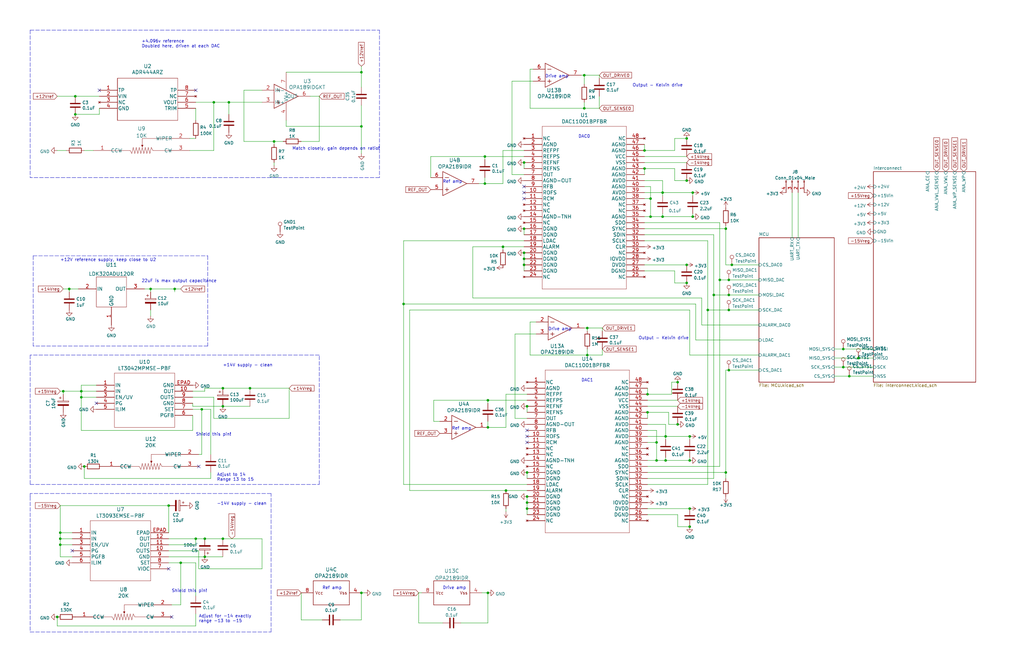
<source format=kicad_sch>
(kicad_sch (version 20211123) (generator eeschema)
  (paper "USLedger")
  (lib_symbols
    (symbol "2022-06-16_17-06-14:DAC11001BPFBR" (pin_names (offset 0.254))
      (property "Reference" "U" (at 25.4 10.16 0))
      (property "Value" "DAC11001BPFBR" (at 25.4 7.62 0))
      (symbol "DAC11001BPFBR_1_1"
        (pin no_connect line (at 0 0 0) (length 7.62) (name "NC") (number "1"))
        (pin input line (at 0 -22.86 0) (length 7.62) (name "ROFS") (number "10"))
        (pin input line (at 0 -25.4 0) (length 7.62) (name "RCM") (number "11"))
        (pin no_connect line (at 0 -27.94 0) (length 7.62) (name "NC") (number "12"))
        (pin no_connect line (at 0 -30.48 0) (length 7.62) (name "NC") (number "13"))
        (pin power_in line (at 0 -33.02 0) (length 7.62) (name "AGND-TNH") (number "14"))
        (pin no_connect line (at 0 -35.56 0) (length 7.62) (name "NC") (number "15"))
        (pin power_in line (at 0 -38.1 0) (length 7.62) (name "DGND") (number "16"))
        (pin power_in line (at 0 -40.64 0) (length 7.62) (name "DGND") (number "17"))
        (pin input line (at 0 -43.18 0) (length 7.62) (name "LDAC") (number "18"))
        (pin output line (at 0 -45.72 0) (length 7.62) (name "ALARM") (number "19"))
        (pin power_in line (at 0 -2.54 0) (length 7.62) (name "AGND") (number "2"))
        (pin power_in line (at 0 -48.26 0) (length 7.62) (name "DGND") (number "20"))
        (pin power_in line (at 0 -50.8 0) (length 7.62) (name "DGND") (number "21"))
        (pin power_in line (at 0 -53.34 0) (length 7.62) (name "DGND") (number "22"))
        (pin power_in line (at 0 -55.88 0) (length 7.62) (name "DGND") (number "23"))
        (pin no_connect line (at 0 -58.42 0) (length 7.62) (name "NC") (number "24"))
        (pin no_connect line (at 50.8 -58.42 180) (length 7.62) (name "NC") (number "25"))
        (pin power_in line (at 50.8 -55.88 180) (length 7.62) (name "DGND") (number "26"))
        (pin power_in line (at 50.8 -53.34 180) (length 7.62) (name "DVDD") (number "27"))
        (pin power_in line (at 50.8 -50.8 180) (length 7.62) (name "IOVDD") (number "28"))
        (pin no_connect line (at 50.8 -48.26 180) (length 7.62) (name "NC") (number "29"))
        (pin input line (at 0 -5.08 0) (length 7.62) (name "REFPF") (number "3"))
        (pin input line (at 50.8 -45.72 180) (length 7.62) (name "CLR") (number "30"))
        (pin input line (at 50.8 -43.18 180) (length 7.62) (name "SCLK") (number "31"))
        (pin input line (at 50.8 -40.64 180) (length 7.62) (name "SDIN") (number "32"))
        (pin input line (at 50.8 -38.1 180) (length 7.62) (name "SYNC") (number "33"))
        (pin output line (at 50.8 -35.56 180) (length 7.62) (name "SDO") (number "34"))
        (pin power_in line (at 50.8 -33.02 180) (length 7.62) (name "AGND") (number "35"))
        (pin no_connect line (at 50.8 -30.48 180) (length 7.62) (name "NC") (number "36"))
        (pin no_connect line (at 50.8 -27.94 180) (length 7.62) (name "NC") (number "37"))
        (pin power_in line (at 50.8 -25.4 180) (length 7.62) (name "AGND") (number "38"))
        (pin power_in line (at 50.8 -22.86 180) (length 7.62) (name "AVDD") (number "39"))
        (pin input line (at 0 -7.62 0) (length 7.62) (name "REFPS") (number "4"))
        (pin power_in line (at 50.8 -20.32 180) (length 7.62) (name "AGND") (number "40"))
        (pin power_in line (at 50.8 -17.78 180) (length 7.62) (name "AVDD") (number "41"))
        (pin power_in line (at 50.8 -15.24 180) (length 7.62) (name "AGND") (number "42"))
        (pin power_in line (at 50.8 -12.7 180) (length 7.62) (name "AGND") (number "43"))
        (pin power_in line (at 50.8 -10.16 180) (length 7.62) (name "VSS") (number "44"))
        (pin power_in line (at 50.8 -7.62 180) (length 7.62) (name "VCC") (number "45"))
        (pin power_in line (at 50.8 -5.08 180) (length 7.62) (name "AGND") (number "46"))
        (pin power_in line (at 50.8 -2.54 180) (length 7.62) (name "AGND") (number "47"))
        (pin no_connect line (at 50.8 0 180) (length 7.62) (name "NC") (number "48"))
        (pin input line (at 0 -10.16 0) (length 7.62) (name "REFNF") (number "5"))
        (pin input line (at 0 -12.7 0) (length 7.62) (name "REFNS") (number "6"))
        (pin output line (at 0 -15.24 0) (length 7.62) (name "OUT") (number "7"))
        (pin power_in line (at 0 -17.78 0) (length 7.62) (name "AGND-OUT") (number "8"))
        (pin input line (at 0 -20.32 0) (length 7.62) (name "RFB") (number "9"))
      )
    )
    (symbol "2022-06-16_17-58-01:ADR444ARZ" (pin_names (offset 0.254))
      (property "Reference" "U2" (at 35.56 10.16 0))
      (property "Value" "ADR444ARZ" (at 35.56 7.62 0))
      (symbol "ADR444ARZ_1_1"
        (pin unspecified line (at 15.24 0 0) (length 7.62) (name "TP") (number "1"))
        (pin input line (at 15.24 -2.54 0) (length 7.62) (name "VIN") (number "2"))
        (pin no_connect line (at 15.24 -5.08 0) (length 7.62) (name "NC") (number "3"))
        (pin power_in line (at 15.24 -7.62 0) (length 7.62) (name "GND") (number "4"))
        (pin input line (at 55.88 -7.62 180) (length 7.62) (name "TRIM") (number "5"))
        (pin output line (at 55.88 -5.08 180) (length 7.62) (name "VOUT") (number "6"))
        (pin no_connect line (at 55.88 -2.54 180) (length 7.62) (name "NC") (number "7"))
        (pin unspecified line (at 55.88 0 180) (length 7.62) (name "TP") (number "8"))
      )
    )
    (symbol "2022-06-16_19-10-14:OPA189IDGKT" (pin_names (offset 0.254))
      (property "Reference" "U3" (at 22.86 -21.59 0))
      (property "Value" "OPA189IDGKT" (at 22.86 -24.13 0))
      (symbol "OPA189IDGKT_1_1"
        (pin input line (at 3.81 -25.4 0) (length 5.08) (name "IN-") (number "2"))
        (pin input line (at 3.81 -30.48 0) (length 5.08) (name "IN+") (number "3"))
        (pin power_in line (at 13.97 -38.1 90) (length 7.62) (name "V-") (number "4"))
        (pin output line (at 24.13 -27.94 180) (length 5.08) (name "OUT") (number "6"))
        (pin power_in line (at 13.97 -17.78 270) (length 7.62) (name "V+") (number "7"))
      )
    )
    (symbol "2022-06-28_19-20-58:OPA2189IDR" (pin_names (offset -0.254) hide)
      (property "Reference" "U" (at 0 2.54 0))
      (property "Value" "OPA2189IDR" (at 0 0 0))
      (symbol "OPA2189IDR_1_1"
        (pin output line (at 10.16 0 180) (length 5.08) (name "OUT") (number "1"))
        (pin input line (at -10.16 2.54 0) (length 5.08) (name "IN-") (number "2"))
        (pin input line (at -10.16 -2.54 0) (length 5.08) (name "IN+") (number "3"))
      )
      (symbol "OPA2189IDR_2_1"
        (pin input line (at -10.16 -2.54 0) (length 5.08) (name "IN+") (number "5"))
        (pin input line (at -10.16 2.54 0) (length 5.08) (name "IN-") (number "6"))
        (pin output line (at 10.16 0 180) (length 5.08) (name "OUT") (number "7"))
      )
      (symbol "OPA2189IDR_3_1"
        (pin power_in line (at 12.7 0 180) (length 5.08) (name "V-") (number "4"))
        (pin power_in line (at -12.7 0 0) (length 5.08) (name "V+") (number "8"))
      )
    )
    (symbol "2022-06-30_16-49-50:LT3042MPMSE-PBF" (pin_names (offset 0.254))
      (property "Reference" "U10" (at 20.32 9.8298 0))
      (property "Value" "LT3042MPMSE-PBF" (at 20.32 7.1374 0))
      (symbol "LT3042MPMSE-PBF_1_1"
        (pin power_in line (at 0 0 0) (length 7.62) (name "IN") (number "1"))
        (pin power_out line (at 40.64 -2.54 180) (length 7.62) (name "OUT") (number "10"))
        (pin power_in line (at 0 -2.54 0) (length 7.62) (name "IN") (number "2"))
        (pin input line (at 0 -5.08 0) (length 7.62) (name "EN/UV") (number "3"))
        (pin input line (at 0 -7.62 0) (length 7.62) (name "PG") (number "4"))
        (pin input line (at 0 -10.16 0) (length 7.62) (name "ILIM") (number "5"))
        (pin input line (at 40.64 -12.7 180) (length 7.62) (name "PGFB") (number "6"))
        (pin input line (at 40.64 -10.16 180) (length 7.62) (name "SET") (number "7"))
        (pin power_in line (at 40.64 -7.62 180) (length 7.62) (name "GND") (number "8"))
        (pin input line (at 40.64 -5.08 180) (length 7.62) (name "OUTS") (number "9"))
        (pin power_in line (at 40.64 0 180) (length 7.62) (name "GND") (number "EPAD"))
      )
    )
    (symbol "2022-06-30_16-50-17:LT3093EMSE-PBF" (pin_names (offset 0.254))
      (property "Reference" "U7" (at 20.32 9.8298 0))
      (property "Value" "LT3093EMSE-PBF" (at 20.32 7.1374 0))
      (symbol "LT3093EMSE-PBF_1_1"
        (pin power_in line (at 0 0 0) (length 7.62) (name "IN") (number "1"))
        (pin input line (at 40.64 -7.62 180) (length 7.62) (name "OUTS") (number "10"))
        (pin power_out line (at 40.64 -5.08 180) (length 7.62) (name "OUT") (number "11"))
        (pin power_out line (at 40.64 -2.54 180) (length 7.62) (name "OUT") (number "12"))
        (pin power_in line (at 0 -2.54 0) (length 7.62) (name "IN") (number "2"))
        (pin input line (at 0 -5.08 0) (length 7.62) (name "EN/UV") (number "3"))
        (pin output line (at 0 -7.62 0) (length 7.62) (name "PG") (number "4"))
        (pin input line (at 0 -10.16 0) (length 7.62) (name "PGFB") (number "5"))
        (pin input line (at 0 -12.7 0) (length 7.62) (name "ILIM") (number "6"))
        (pin output line (at 40.64 -15.24 180) (length 7.62) (name "VIOC") (number "7"))
        (pin input line (at 40.64 -12.7 180) (length 7.62) (name "SET") (number "8"))
        (pin power_in line (at 40.64 -10.16 180) (length 7.62) (name "GND") (number "9"))
        (pin power_in line (at 40.64 0 180) (length 7.62) (name "EPAD") (number "EPAD"))
      )
    )
    (symbol "2022-07-01_14-40-34:3224J-1-103E" (pin_names (offset -0.254))
      (property "Reference" "U9" (at 20.32 9.2276 0))
      (property "Value" "10K" (at 20.32 6.2342 0))
      (symbol "3224J-1-103E_1_1"
        (pin passive line (at 0 0 0) (length 7.62) (name "CCW") (number "1"))
        (pin passive line (at 40.64 5.08 180) (length 7.62) (name "WIPER") (number "2"))
        (pin passive line (at 40.64 0 180) (length 7.62) (name "CW") (number "3"))
      )
    )
    (symbol "2022-07-01_21-58-44:LDK320ADU120R" (pin_names (offset 0.254))
      (property "Reference" "U11" (at 20.32 9.8298 0))
      (property "Value" "LDK320ADU120R" (at 20.32 7.1374 0))
      (symbol "LDK320ADU120R_1_1"
        (pin power_in line (at 26.67 -15.24 90) (length 7.62) (name "GND") (number "1"))
        (pin power_in line (at 12.7 0 0) (length 7.62) (name "IN") (number "2"))
        (pin power_out line (at 40.64 0 180) (length 7.62) (name "OUT") (number "3"))
      )
    )
    (symbol "3224J-1-103E_1" (pin_names (offset -0.254))
      (property "Reference" "U8" (at 20.32 11.6078 0))
      (property "Value" "3224J-1-103E_1" (at 20.32 8.9154 0))
      (symbol "3224J-1-103E_1_1_1"
        (pin passive line (at 0 0 0) (length 7.62) (name "CCW") (number "1"))
        (pin passive line (at 40.64 5.08 180) (length 7.62) (name "WIPER") (number "2"))
        (pin passive line (at 40.64 0 180) (length 7.62) (name "CW") (number "3"))
      )
    )
    (symbol "3224J-1-103E_2" (pin_names (offset -0.254))
      (property "Reference" "U12" (at 20.32 11.6078 0))
      (property "Value" "3224J-1-103E_2" (at 20.32 8.9154 0))
      (symbol "3224J-1-103E_2_1_1"
        (pin passive line (at 0 0 0) (length 7.62) (name "CCW") (number "1"))
        (pin passive line (at 40.64 5.08 180) (length 7.62) (name "WIPER") (number "2"))
        (pin passive line (at 40.64 0 180) (length 7.62) (name "CW") (number "3"))
      )
    )
    (symbol "Connector:Conn_01x04_Male" (pin_names (offset 1.016) hide)
      (property "Reference" "J" (at 0 5.08 0))
      (property "Value" "Conn_01x04_Male" (at 0 -7.62 0))
      (symbol "Conn_01x04_Male_1_1"
        (pin passive line (at 5.08 2.54 180) (length 3.81) (name "Pin_1") (number "1"))
        (pin passive line (at 5.08 0 180) (length 3.81) (name "Pin_2") (number "2"))
        (pin passive line (at 5.08 -2.54 180) (length 3.81) (name "Pin_3") (number "3"))
        (pin passive line (at 5.08 -5.08 180) (length 3.81) (name "Pin_4") (number "4"))
      )
    )
    (symbol "Connector:TestPoint" (pin_numbers hide) (pin_names (offset 0.762) hide)
      (property "Reference" "TP" (at 0 6.858 0))
      (property "Value" "TestPoint" (at 0 5.08 0))
      (symbol "TestPoint_1_1"
        (pin passive line (at 0 0 90) (length 2.54) (name "1") (number "1"))
      )
    )
    (symbol "Device:C" (pin_numbers hide) (pin_names (offset 0.254))
      (property "Reference" "C" (at 0.635 2.54 0))
      (property "Value" "C" (at 0.635 -2.54 0))
      (symbol "C_1_1"
        (pin passive line (at 0 3.81 270) (length 2.794) (name "~") (number "1"))
        (pin passive line (at 0 -3.81 90) (length 2.794) (name "~") (number "2"))
      )
    )
    (symbol "Device:C_Polarized" (pin_numbers hide) (pin_names (offset 0.254))
      (property "Reference" "C" (at 0.635 2.54 0))
      (property "Value" "C_Polarized" (at 0.635 -2.54 0))
      (symbol "C_Polarized_1_1"
        (pin passive line (at 0 3.81 270) (length 2.794) (name "~") (number "1"))
        (pin passive line (at 0 -3.81 90) (length 2.794) (name "~") (number "2"))
      )
    )
    (symbol "Device:R" (pin_numbers hide) (pin_names (offset 0))
      (property "Reference" "R" (at 2.032 0 90))
      (property "Value" "R" (at 0 0 90))
      (symbol "R_1_1"
        (pin passive line (at 0 3.81 270) (length 1.27) (name "~") (number "1"))
        (pin passive line (at 0 -3.81 90) (length 1.27) (name "~") (number "2"))
      )
    )
    (symbol "OPA2189IDR_1" (pin_names (offset -0.254) hide)
      (property "Reference" "U13" (at 0 9.2657 0))
      (property "Value" "OPA2189IDR_1" (at 0 6.2723 0))
      (symbol "OPA2189IDR_1_0_0"
        (text "Vcc" (at -5.08 0 0) (effects (font (size 1.27 1.27))))
        (text "Vss" (at 5.08 0 0) (effects (font (size 1.27 1.27))))
      )
      (symbol "OPA2189IDR_1_1_1"
        (pin output line (at 10.16 0 180) (length 5.08) (name "OUT") (number "1"))
        (pin input line (at -10.16 2.54 0) (length 5.08) (name "IN-") (number "2"))
        (pin input line (at -10.16 -2.54 0) (length 5.08) (name "IN+") (number "3"))
      )
      (symbol "OPA2189IDR_1_2_1"
        (pin input line (at -10.16 -2.54 0) (length 5.08) (name "IN+") (number "5"))
        (pin input line (at -10.16 2.54 0) (length 5.08) (name "IN-") (number "6"))
        (pin output line (at 10.16 0 180) (length 5.08) (name "OUT") (number "7"))
      )
      (symbol "OPA2189IDR_1_3_1"
        (pin power_in line (at 12.7 0 180) (length 5.08) (name "V-") (number "4"))
        (pin power_in line (at -12.7 0 0) (length 5.08) (name "V+") (number "8"))
      )
    )
    (symbol "OPA2189IDR_2" (pin_names (offset -0.254) hide)
      (property "Reference" "U4" (at 0 9.8552 0))
      (property "Value" "OPA2189IDR_2" (at 0 7.1628 0))
      (symbol "OPA2189IDR_2_0_0"
        (text "Vcc" (at -5.08 0 0) (effects (font (size 1.27 1.27))))
        (text "Vss" (at 5.08 0 0) (effects (font (size 1.27 1.27))))
      )
      (symbol "OPA2189IDR_2_1_1"
        (pin output line (at 10.16 0 180) (length 5.08) (name "OUT") (number "1"))
        (pin input line (at -10.16 2.54 0) (length 5.08) (name "IN-") (number "2"))
        (pin input line (at -10.16 -2.54 0) (length 5.08) (name "IN+") (number "3"))
      )
      (symbol "OPA2189IDR_2_2_1"
        (pin input line (at -10.16 -2.54 0) (length 5.08) (name "IN+") (number "5"))
        (pin input line (at -10.16 2.54 0) (length 5.08) (name "IN-") (number "6"))
        (pin output line (at 10.16 0 180) (length 5.08) (name "OUT") (number "7"))
      )
      (symbol "OPA2189IDR_2_3_1"
        (pin power_in line (at 12.7 0 180) (length 5.08) (name "V-") (number "4"))
        (pin power_in line (at -12.7 0 0) (length 5.08) (name "V+") (number "8"))
      )
    )
    (symbol "power:+12V" (power) (pin_names (offset 0))
      (property "Value" "+12V" (at 0 3.556 0))
      (symbol "+12V_1_1"
        (pin power_in line (at 0 0 90) (length 0) hide (name "+12V") (number "1"))
      )
    )
    (symbol "power:+24V" (power) (pin_names (offset 0))
      (property "Value" "+24V" (at 0 3.556 0))
      (symbol "+24V_1_1"
        (pin power_in line (at 0 0 90) (length 0) hide (name "+24V") (number "1"))
      )
    )
    (symbol "power:+3V3" (power) (pin_names (offset 0))
      (property "Value" "+3V3" (at 0 3.556 0))
      (symbol "+3V3_1_1"
        (pin power_in line (at 0 0 90) (length 0) hide (name "+3V3") (number "1"))
      )
    )
    (symbol "power:+5V" (power) (pin_names (offset 0))
      (property "Value" "+5V" (at 0 3.556 0))
      (symbol "+5V_1_1"
        (pin power_in line (at 0 0 90) (length 0) hide (name "+5V") (number "1"))
      )
    )
    (symbol "power:GND" (power) (pin_names (offset 0))
      (property "Value" "GND" (at 0 -3.81 0))
      (symbol "GND_1_1"
        (pin power_in line (at 0 0 270) (length 0) hide (name "GND") (number "1"))
      )
    )
  )
  (junction (at 25.4 227.33))
  (junction (at 71.12 213.36))
  (junction (at 25.4 229.87))
  (junction (at 361.95 151.13))
  (junction (at 34.29 165.1))
  (junction (at 306.07 96.52))
  (junction (at 220.98 96.52))
  (junction (at 212.09 104.14))
  (junction (at 290.83 194.31))
  (junction (at 29.21 121.92))
  (junction (at 205.74 250.19))
  (junction (at 204.47 66.04))
  (junction (at 279.4 91.44))
  (junction (at 292.1 91.44))
  (junction (at 298.45 130.81))
  (junction (at 274.32 83.82))
  (junction (at 303.53 118.11))
  (junction (at 93.98 163.83))
  (junction (at 105.41 163.83))
  (junction (at 289.56 119.38))
  (junction (at 96.52 43.18))
  (junction (at 271.78 63.5))
  (junction (at 93.98 171.45))
  (junction (at 26.67 165.1))
  (junction (at 276.86 194.31))
  (junction (at 290.83 184.15))
  (junction (at 246.38 31.75))
  (junction (at 34.29 167.64))
  (junction (at 220.98 68.58))
  (junction (at 273.05 173.99))
  (junction (at 204.47 77.47))
  (junction (at 222.25 209.55))
  (junction (at 63.5 121.92))
  (junction (at 213.36 207.01))
  (junction (at 90.17 43.18))
  (junction (at 307.34 156.21))
  (junction (at 152.4 250.19))
  (junction (at 358.14 158.75))
  (junction (at 285.75 179.07))
  (junction (at 220.98 106.68))
  (junction (at 205.74 168.91))
  (junction (at 86.36 227.33))
  (junction (at 222.25 171.45))
  (junction (at 35.56 196.85))
  (junction (at 85.09 172.72))
  (junction (at 220.98 111.76))
  (junction (at 307.34 124.46))
  (junction (at 306.07 199.39))
  (junction (at 152.4 53.34))
  (junction (at 280.67 184.15))
  (junction (at 285.75 161.29))
  (junction (at 308.61 111.76))
  (junction (at 205.74 180.34))
  (junction (at 93.98 227.33))
  (junction (at 271.78 71.12))
  (junction (at 289.56 58.42))
  (junction (at 289.56 111.76))
  (junction (at 222.25 214.63))
  (junction (at 300.99 124.46))
  (junction (at 307.34 130.81))
  (junction (at 31.75 40.64))
  (junction (at 115.57 59.69))
  (junction (at 152.4 30.48))
  (junction (at 222.25 212.09))
  (junction (at 170.18 128.27))
  (junction (at 279.4 81.28))
  (junction (at 290.83 222.25))
  (junction (at 355.6 147.32))
  (junction (at 292.1 81.28))
  (junction (at 247.65 149.86))
  (junction (at 355.6 154.94))
  (junction (at 246.38 45.72))
  (junction (at 82.55 227.33))
  (junction (at 31.75 48.26))
  (junction (at 25.4 224.79))
  (junction (at 86.36 234.95))
  (junction (at 280.67 194.31))
  (junction (at 289.56 76.2))
  (junction (at 274.32 91.44))
  (junction (at 273.05 166.37))
  (junction (at 247.65 138.43))
  (junction (at 76.2 237.49))
  (junction (at 307.34 118.11))
  (junction (at 73.66 121.92))
  (junction (at 290.83 214.63))
  (junction (at 24.13 260.35))
  (junction (at 220.98 109.22))
  (junction (at 276.86 186.69))
  (junction (at 222.25 199.39))
  (no_connect (at 82.55 38.1))
  (no_connect (at 72.39 260.35))
  (no_connect (at 222.25 186.69))
  (no_connect (at 222.25 181.61))
  (no_connect (at 220.98 81.28))
  (no_connect (at 41.91 38.1))
  (no_connect (at 222.25 184.15))
  (no_connect (at 83.82 196.85))
  (no_connect (at 30.48 232.41))
  (no_connect (at 71.12 240.03))
  (no_connect (at 220.98 78.74))
  (no_connect (at 220.98 83.82))
  (no_connect (at 40.64 170.18))
  (wire (pts (xy 307.34 156.21) (xy 320.04 156.21)))
  (wire (pts (xy 90.17 43.18) (xy 96.52 43.18)))
  (wire (pts (xy 217.17 140.97) (xy 226.06 140.97)))
  (wire (pts (xy 110.49 240.03) (xy 110.49 227.33)))
  (wire (pts (xy 303.53 93.98) (xy 303.53 118.11)))
  (wire (pts (xy 289.56 58.42) (xy 284.48 58.42)))
  (wire (pts (xy 271.78 101.6) (xy 298.45 101.6)))
  (wire (pts (xy 34.29 162.56) (xy 34.29 165.1)))
  (wire (pts (xy 306.07 156.21) (xy 307.34 156.21)))
  (wire (pts (xy 273.05 201.93) (xy 300.99 201.93)))
  (wire (pts (xy 86.36 163.83) (xy 93.98 163.83)))
  (wire (pts (xy 135.89 261.62) (xy 127 261.62)))
  (wire (pts (xy 82.55 227.33) (xy 86.36 227.33)))
  (wire (pts (xy 25.4 213.36) (xy 71.12 213.36)))
  (wire (pts (xy 274.32 78.74) (xy 271.78 78.74)))
  (wire (pts (xy 284.48 58.42) (xy 284.48 63.5)))
  (wire (pts (xy 60.96 121.92) (xy 63.5 121.92)))
  (wire (pts (xy 41.91 40.64) (xy 31.75 40.64)))
  (wire (pts (xy 152.4 27.94) (xy 152.4 30.48)))
  (wire (pts (xy 81.28 165.1) (xy 86.36 165.1)))
  (wire (pts (xy 152.4 53.34) (xy 152.4 44.45)))
  (wire (pts (xy 71.12 227.33) (xy 82.55 227.33)))
  (wire (pts (xy 247.65 147.32) (xy 247.65 149.86)))
  (wire (pts (xy 280.67 194.31) (xy 290.83 194.31)))
  (wire (pts (xy 96.52 48.26) (xy 96.52 43.18)))
  (wire (pts (xy 290.83 184.15) (xy 290.83 185.42)))
  (wire (pts (xy 300.99 99.06) (xy 300.99 124.46)))
  (wire (pts (xy 82.55 227.33) (xy 82.55 229.87)))
  (wire (pts (xy 223.52 29.21) (xy 223.52 45.72)))
  (wire (pts (xy 35.56 201.93) (xy 35.56 196.85)))
  (wire (pts (xy 82.55 259.08) (xy 82.55 264.16)))
  (wire (pts (xy 212.09 77.47) (xy 212.09 63.5)))
  (wire (pts (xy 271.78 81.28) (xy 279.4 81.28)))
  (wire (pts (xy 199.39 104.14) (xy 199.39 125.73)))
  (wire (pts (xy 224.79 29.21) (xy 223.52 29.21)))
  (wire (pts (xy 273.05 173.99) (xy 273.05 176.53)))
  (wire (pts (xy 26.67 121.92) (xy 29.21 121.92)))
  (wire (pts (xy 220.98 96.52) (xy 220.98 99.06)))
  (wire (pts (xy 115.57 59.69) (xy 119.38 59.69)))
  (wire (pts (xy 293.37 128.27) (xy 293.37 143.51)))
  (wire (pts (xy 271.78 93.98) (xy 303.53 93.98)))
  (wire (pts (xy 83.82 232.41) (xy 83.82 240.03)))
  (wire (pts (xy 71.12 232.41) (xy 83.82 232.41)))
  (wire (pts (xy 63.5 130.81) (xy 63.5 133.35)))
  (wire (pts (xy 212.09 104.14) (xy 199.39 104.14)))
  (wire (pts (xy 29.21 121.92) (xy 33.02 121.92)))
  (polyline (pts (xy 160.02 12.7) (xy 160.02 74.93)))
  (wire (pts (xy 102.87 38.1) (xy 110.49 38.1)))
  (wire (pts (xy 351.79 147.32) (xy 355.6 147.32)))
  (polyline (pts (xy 114.3 266.7) (xy 114.3 208.28)))
  (wire (pts (xy 120.65 30.48) (xy 152.4 30.48)))
  (wire (pts (xy 279.4 81.28) (xy 292.1 81.28)))
  (wire (pts (xy 86.36 163.83) (xy 86.36 165.1)))
  (wire (pts (xy 271.78 83.82) (xy 274.32 83.82)))
  (wire (pts (xy 361.95 151.13) (xy 368.3 151.13)))
  (wire (pts (xy 223.52 135.89) (xy 223.52 149.86)))
  (wire (pts (xy 334.01 81.28) (xy 334.01 100.33)))
  (wire (pts (xy 220.98 66.04) (xy 204.47 66.04)))
  (wire (pts (xy 40.64 162.56) (xy 34.29 162.56)))
  (wire (pts (xy 90.17 167.64) (xy 90.17 176.53)))
  (wire (pts (xy 276.86 194.31) (xy 280.67 194.31)))
  (polyline (pts (xy 114.3 208.28) (xy 12.7 208.28)))
  (wire (pts (xy 290.83 194.31) (xy 290.83 193.04)))
  (wire (pts (xy 280.67 179.07) (xy 280.67 184.15)))
  (polyline (pts (xy 134.62 149.86) (xy 12.7 149.86)))
  (wire (pts (xy 76.2 255.27) (xy 76.2 237.49)))
  (wire (pts (xy 274.32 83.82) (xy 274.32 78.74)))
  (wire (pts (xy 205.74 262.89) (xy 194.31 262.89)))
  (wire (pts (xy 280.67 184.15) (xy 290.83 184.15)))
  (polyline (pts (xy 12.7 208.28) (xy 12.7 209.55)))
  (polyline (pts (xy 12.7 204.47) (xy 134.62 204.47)))
  (wire (pts (xy 201.93 77.47) (xy 204.47 77.47)))
  (wire (pts (xy 222.25 199.39) (xy 222.25 201.93)))
  (wire (pts (xy 24.13 40.64) (xy 31.75 40.64)))
  (wire (pts (xy 81.28 175.26) (xy 81.28 181.61)))
  (wire (pts (xy 220.98 73.66) (xy 215.9 73.66)))
  (wire (pts (xy 220.98 109.22) (xy 220.98 111.76)))
  (wire (pts (xy 283.21 161.29) (xy 283.21 166.37)))
  (wire (pts (xy 274.32 83.82) (xy 274.32 91.44)))
  (wire (pts (xy 306.07 96.52) (xy 306.07 111.76)))
  (wire (pts (xy 90.17 43.18) (xy 90.17 63.5)))
  (wire (pts (xy 120.65 50.8) (xy 120.65 53.34)))
  (wire (pts (xy 115.57 68.58) (xy 115.57 69.85)))
  (wire (pts (xy 88.9 201.93) (xy 35.56 201.93)))
  (wire (pts (xy 80.01 58.42) (xy 82.55 58.42)))
  (wire (pts (xy 254 149.86) (xy 254 147.32)))
  (wire (pts (xy 181.61 66.04) (xy 181.61 74.93)))
  (wire (pts (xy 215.9 34.29) (xy 215.9 73.66)))
  (wire (pts (xy 26.67 165.1) (xy 26.67 166.37)))
  (wire (pts (xy 246.38 31.75) (xy 246.38 35.56)))
  (wire (pts (xy 351.79 158.75) (xy 358.14 158.75)))
  (wire (pts (xy 336.55 81.28) (xy 336.55 100.33)))
  (wire (pts (xy 273.05 196.85) (xy 303.53 196.85)))
  (wire (pts (xy 247.65 138.43) (xy 254 138.43)))
  (wire (pts (xy 246.38 45.72) (xy 252.73 45.72)))
  (wire (pts (xy 273.05 168.91) (xy 285.75 168.91)))
  (wire (pts (xy 30.48 234.95) (xy 25.4 234.95)))
  (wire (pts (xy 90.17 176.53) (xy 121.92 176.53)))
  (polyline (pts (xy 12.7 152.4) (xy 12.7 204.47)))
  (wire (pts (xy 247.65 149.86) (xy 254 149.86)))
  (wire (pts (xy 134.62 59.69) (xy 134.62 40.64)))
  (wire (pts (xy 41.91 45.72) (xy 41.91 48.26)))
  (polyline (pts (xy 12.7 12.7) (xy 160.02 12.7)))
  (wire (pts (xy 81.28 172.72) (xy 85.09 172.72)))
  (wire (pts (xy 176.53 250.19) (xy 176.53 262.89)))
  (wire (pts (xy 204.47 66.04) (xy 181.61 66.04)))
  (wire (pts (xy 220.98 111.76) (xy 220.98 114.3)))
  (wire (pts (xy 170.18 128.27) (xy 293.37 128.27)))
  (wire (pts (xy 72.39 255.27) (xy 76.2 255.27)))
  (wire (pts (xy 222.25 212.09) (xy 222.25 214.63)))
  (wire (pts (xy 40.64 167.64) (xy 34.29 167.64)))
  (wire (pts (xy 284.48 71.12) (xy 284.48 76.2)))
  (wire (pts (xy 284.48 114.3) (xy 284.48 119.38)))
  (wire (pts (xy 205.74 250.19) (xy 205.74 262.89)))
  (wire (pts (xy 290.83 149.86) (xy 320.04 149.86)))
  (wire (pts (xy 276.86 194.31) (xy 273.05 194.31)))
  (wire (pts (xy 172.72 130.81) (xy 290.83 130.81)))
  (wire (pts (xy 25.4 213.36) (xy 25.4 224.79)))
  (wire (pts (xy 279.4 82.55) (xy 279.4 81.28)))
  (wire (pts (xy 88.9 172.72) (xy 85.09 172.72)))
  (wire (pts (xy 358.14 158.75) (xy 368.3 158.75)))
  (wire (pts (xy 212.09 63.5) (xy 220.98 63.5)))
  (wire (pts (xy 306.07 111.76) (xy 308.61 111.76)))
  (wire (pts (xy 73.66 121.92) (xy 76.2 121.92)))
  (wire (pts (xy 223.52 45.72) (xy 246.38 45.72)))
  (wire (pts (xy 351.79 151.13) (xy 361.95 151.13)))
  (wire (pts (xy 307.34 124.46) (xy 320.04 124.46)))
  (wire (pts (xy 81.28 167.64) (xy 90.17 167.64)))
  (wire (pts (xy 290.83 130.81) (xy 290.83 149.86)))
  (wire (pts (xy 223.52 149.86) (xy 247.65 149.86)))
  (wire (pts (xy 281.94 179.07) (xy 285.75 179.07)))
  (wire (pts (xy 273.05 179.07) (xy 280.67 179.07)))
  (wire (pts (xy 199.39 125.73) (xy 295.91 125.73)))
  (wire (pts (xy 24.13 264.16) (xy 24.13 260.35)))
  (wire (pts (xy 81.28 171.45) (xy 81.28 170.18)))
  (wire (pts (xy 306.07 95.25) (xy 306.07 96.52)))
  (wire (pts (xy 273.05 204.47) (xy 298.45 204.47)))
  (wire (pts (xy 280.67 193.04) (xy 280.67 194.31)))
  (wire (pts (xy 182.88 168.91) (xy 205.74 168.91)))
  (wire (pts (xy 252.73 45.72) (xy 252.73 40.64)))
  (wire (pts (xy 85.09 172.72) (xy 85.09 191.77)))
  (wire (pts (xy 82.55 264.16) (xy 24.13 264.16)))
  (wire (pts (xy 222.25 214.63) (xy 222.25 217.17)))
  (wire (pts (xy 279.4 91.44) (xy 292.1 91.44)))
  (wire (pts (xy 152.4 30.48) (xy 152.4 36.83)))
  (wire (pts (xy 176.53 262.89) (xy 186.69 262.89)))
  (wire (pts (xy 355.6 147.32) (xy 368.3 147.32)))
  (wire (pts (xy 298.45 204.47) (xy 298.45 130.81)))
  (wire (pts (xy 303.53 196.85) (xy 303.53 118.11)))
  (wire (pts (xy 25.4 229.87) (xy 25.4 227.33)))
  (wire (pts (xy 284.48 119.38) (xy 289.56 119.38)))
  (wire (pts (xy 215.9 34.29) (xy 224.79 34.29)))
  (wire (pts (xy 25.4 165.1) (xy 26.67 165.1)))
  (wire (pts (xy 280.67 184.15) (xy 273.05 184.15)))
  (wire (pts (xy 25.4 224.79) (xy 30.48 224.79)))
  (wire (pts (xy 355.6 154.94) (xy 368.3 154.94)))
  (wire (pts (xy 283.21 166.37) (xy 273.05 166.37)))
  (wire (pts (xy 93.98 227.33) (xy 110.49 227.33)))
  (wire (pts (xy 96.52 43.18) (xy 110.49 43.18)))
  (wire (pts (xy 76.2 237.49) (xy 71.12 237.49)))
  (wire (pts (xy 127 59.69) (xy 134.62 59.69)))
  (wire (pts (xy 254 138.43) (xy 254 139.7)))
  (wire (pts (xy 292.1 91.44) (xy 292.1 90.17)))
  (polyline (pts (xy 12.7 209.55) (xy 12.7 266.7)))
  (wire (pts (xy 204.47 77.47) (xy 212.09 77.47)))
  (wire (pts (xy 40.64 165.1) (xy 34.29 165.1)))
  (wire (pts (xy 34.29 167.64) (xy 34.29 165.1)))
  (wire (pts (xy 273.05 214.63) (xy 290.83 214.63)))
  (wire (pts (xy 25.4 227.33) (xy 25.4 224.79)))
  (wire (pts (xy 102.87 38.1) (xy 102.87 59.69)))
  (wire (pts (xy 279.4 91.44) (xy 279.4 90.17)))
  (polyline (pts (xy 12.7 266.7) (xy 114.3 266.7)))
  (wire (pts (xy 152.4 64.77) (xy 152.4 53.34)))
  (wire (pts (xy 205.74 180.34) (xy 213.36 180.34)))
  (wire (pts (xy 276.86 186.69) (xy 276.86 194.31)))
  (polyline (pts (xy 13.97 107.95) (xy 87.63 107.95)))
  (wire (pts (xy 308.61 111.76) (xy 320.04 111.76)))
  (wire (pts (xy 88.9 172.72) (xy 88.9 191.77)))
  (wire (pts (xy 271.78 68.58) (xy 289.56 68.58)))
  (wire (pts (xy 271.78 114.3) (xy 284.48 114.3)))
  (wire (pts (xy 252.73 31.75) (xy 252.73 33.02)))
  (wire (pts (xy 271.78 99.06) (xy 300.99 99.06)))
  (wire (pts (xy 34.29 181.61) (xy 34.29 167.64)))
  (polyline (pts (xy 13.97 107.95) (xy 13.97 146.05)))
  (wire (pts (xy 213.36 166.37) (xy 222.25 166.37)))
  (wire (pts (xy 271.78 71.12) (xy 271.78 73.66)))
  (wire (pts (xy 276.86 181.61) (xy 276.86 186.69)))
  (wire (pts (xy 222.25 176.53) (xy 217.17 176.53)))
  (wire (pts (xy 212.09 104.14) (xy 212.09 105.41)))
  (wire (pts (xy 93.98 171.45) (xy 81.28 171.45)))
  (wire (pts (xy 88.9 199.39) (xy 88.9 201.93)))
  (wire (pts (xy 213.36 180.34) (xy 213.36 166.37)))
  (wire (pts (xy 279.4 76.2) (xy 279.4 81.28)))
  (wire (pts (xy 152.4 250.19) (xy 153.67 250.19)))
  (wire (pts (xy 152.4 250.19) (xy 152.4 261.62)))
  (wire (pts (xy 298.45 130.81) (xy 307.34 130.81)))
  (polyline (pts (xy 12.7 149.86) (xy 12.7 152.4)))
  (wire (pts (xy 205.74 177.8) (xy 205.74 180.34)))
  (wire (pts (xy 295.91 125.73) (xy 295.91 137.16)))
  (wire (pts (xy 284.48 76.2) (xy 289.56 76.2)))
  (wire (pts (xy 246.38 138.43) (xy 247.65 138.43)))
  (polyline (pts (xy 87.63 146.05) (xy 13.97 146.05)))
  (wire (pts (xy 170.18 204.47) (xy 170.18 128.27)))
  (wire (pts (xy 280.67 184.15) (xy 280.67 185.42)))
  (wire (pts (xy 284.48 63.5) (xy 271.78 63.5)))
  (wire (pts (xy 63.5 123.19) (xy 63.5 121.92)))
  (wire (pts (xy 295.91 137.16) (xy 320.04 137.16)))
  (wire (pts (xy 300.99 124.46) (xy 307.34 124.46)))
  (wire (pts (xy 271.78 111.76) (xy 289.56 111.76)))
  (wire (pts (xy 246.38 31.75) (xy 252.73 31.75)))
  (wire (pts (xy 213.36 207.01) (xy 172.72 207.01)))
  (wire (pts (xy 86.36 234.95) (xy 93.98 234.95)))
  (wire (pts (xy 306.07 199.39) (xy 306.07 201.93)))
  (wire (pts (xy 71.12 213.36) (xy 71.12 224.79)))
  (wire (pts (xy 273.05 173.99) (xy 281.94 173.99)))
  (wire (pts (xy 203.2 250.19) (xy 205.74 250.19)))
  (wire (pts (xy 276.86 186.69) (xy 273.05 186.69)))
  (polyline (pts (xy 160.02 74.93) (xy 12.7 74.93)))
  (wire (pts (xy 306.07 156.21) (xy 306.07 199.39)))
  (wire (pts (xy 222.25 168.91) (xy 205.74 168.91)))
  (wire (pts (xy 217.17 140.97) (xy 217.17 176.53)))
  (wire (pts (xy 26.67 165.1) (xy 34.29 165.1)))
  (wire (pts (xy 115.57 60.96) (xy 115.57 59.69)))
  (wire (pts (xy 271.78 60.96) (xy 271.78 63.5)))
  (wire (pts (xy 170.18 101.6) (xy 170.18 128.27)))
  (wire (pts (xy 274.32 91.44) (xy 279.4 91.44)))
  (wire (pts (xy 271.78 96.52) (xy 306.07 96.52)))
  (wire (pts (xy 130.81 40.64) (xy 134.62 40.64)))
  (wire (pts (xy 213.36 214.63) (xy 213.36 215.9)))
  (wire (pts (xy 271.78 91.44) (xy 274.32 91.44)))
  (wire (pts (xy 273.05 217.17) (xy 285.75 217.17)))
  (wire (pts (xy 82.55 229.87) (xy 71.12 229.87)))
  (wire (pts (xy 307.34 130.81) (xy 320.04 130.81)))
  (wire (pts (xy 127 261.62) (xy 127 250.19)))
  (wire (pts (xy 298.45 101.6) (xy 298.45 130.81)))
  (wire (pts (xy 185.42 177.8) (xy 182.88 177.8)))
  (wire (pts (xy 182.88 177.8) (xy 182.88 168.91)))
  (wire (pts (xy 222.25 171.45) (xy 222.25 173.99)))
  (wire (pts (xy 222.25 209.55) (xy 222.25 212.09)))
  (wire (pts (xy 281.94 173.99) (xy 281.94 179.07)))
  (wire (pts (xy 143.51 261.62) (xy 152.4 261.62)))
  (wire (pts (xy 80.01 63.5) (xy 90.17 63.5)))
  (wire (pts (xy 285.75 161.29) (xy 283.21 161.29)))
  (wire (pts (xy 300.99 201.93) (xy 300.99 124.46)))
  (wire (pts (xy 220.98 68.58) (xy 220.98 71.12)))
  (wire (pts (xy 220.98 104.14) (xy 212.09 104.14)))
  (wire (pts (xy 73.66 123.19) (xy 73.66 121.92)))
  (wire (pts (xy 93.98 171.45) (xy 105.41 171.45)))
  (wire (pts (xy 82.55 43.18) (xy 90.17 43.18)))
  (wire (pts (xy 307.34 118.11) (xy 320.04 118.11)))
  (wire (pts (xy 71.12 234.95) (xy 86.36 234.95)))
  (wire (pts (xy 247.65 138.43) (xy 247.65 139.7)))
  (wire (pts (xy 86.36 227.33) (xy 93.98 227.33)))
  (wire (pts (xy 63.5 121.92) (xy 73.66 121.92)))
  (polyline (pts (xy 12.7 12.7) (xy 12.7 74.93)))
  (wire (pts (xy 220.98 101.6) (xy 170.18 101.6)))
  (wire (pts (xy 220.98 106.68) (xy 220.98 109.22)))
  (wire (pts (xy 31.75 48.26) (xy 41.91 48.26)))
  (wire (pts (xy 82.55 251.46) (xy 82.55 237.49)))
  (wire (pts (xy 35.56 63.5) (xy 39.37 63.5)))
  (wire (pts (xy 176.53 250.19) (xy 177.8 250.19)))
  (wire (pts (xy 30.48 229.87) (xy 25.4 229.87)))
  (wire (pts (xy 222.25 204.47) (xy 170.18 204.47)))
  (wire (pts (xy 120.65 53.34) (xy 152.4 53.34)))
  (wire (pts (xy 293.37 143.51) (xy 320.04 143.51)))
  (wire (pts (xy 271.78 71.12) (xy 284.48 71.12)))
  (wire (pts (xy 292.1 82.55) (xy 292.1 81.28)))
  (polyline (pts (xy 134.62 204.47) (xy 134.62 149.86)))
  (wire (pts (xy 285.75 222.25) (xy 290.83 222.25)))
  (wire (pts (xy 351.79 154.94) (xy 355.6 154.94)))
  (wire (pts (xy 285.75 217.17) (xy 285.75 222.25)))
  (wire (pts (xy 102.87 59.69) (xy 115.57 59.69)))
  (wire (pts (xy 273.05 181.61) (xy 276.86 181.61)))
  (wire (pts (xy 204.47 77.47) (xy 204.47 74.93)))
  (wire (pts (xy 245.11 31.75) (xy 246.38 31.75)))
  (wire (pts (xy 25.4 234.95) (xy 25.4 229.87)))
  (wire (pts (xy 223.52 135.89) (xy 226.06 135.89)))
  (wire (pts (xy 205.74 168.91) (xy 205.74 170.18)))
  (wire (pts (xy 273.05 171.45) (xy 285.75 171.45)))
  (wire (pts (xy 82.55 237.49) (xy 76.2 237.49)))
  (wire (pts (xy 303.53 118.11) (xy 307.34 118.11)))
  (wire (pts (xy 82.55 45.72) (xy 82.55 50.8)))
  (wire (pts (xy 24.13 63.5) (xy 27.94 63.5)))
  (wire (pts (xy 85.09 191.77) (xy 83.82 191.77)))
  (wire (pts (xy 246.38 43.18) (xy 246.38 45.72)))
  (wire (pts (xy 105.41 163.83) (xy 121.92 163.83)))
  (wire (pts (xy 81.28 181.61) (xy 34.29 181.61)))
  (wire (pts (xy 30.48 227.33) (xy 25.4 227.33)))
  (polyline (pts (xy 87.63 107.95) (xy 87.63 146.05)))
  (wire (pts (xy 273.05 199.39) (xy 306.07 199.39)))
  (wire (pts (xy 93.98 163.83) (xy 105.41 163.83)))
  (wire (pts (xy 29.21 121.92) (xy 29.21 123.19)))
  (wire (pts (xy 271.78 66.04) (xy 289.56 66.04)))
  (wire (pts (xy 213.36 207.01) (xy 222.25 207.01)))
  (wire (pts (xy 83.82 240.03) (xy 110.49 240.03)))
  (wire (pts (xy 273.05 163.83) (xy 273.05 166.37)))
  (wire (pts (xy 121.92 163.83) (xy 121.92 176.53)))
  (wire (pts (xy 204.47 66.04) (xy 204.47 67.31)))
  (wire (pts (xy 271.78 76.2) (xy 279.4 76.2)))
  (wire (pts (xy 172.72 207.01) (xy 172.72 130.81)))
  (text "Match closely, gain depends on ratio!" (at 123.19 63.5 0) (effects (font (size 1.27 1.27)) (justify left bottom)))
  (text "Output - Kelvin drive" (at 266.7 36.83 0) (effects (font (size 1.27 1.27)) (justify left bottom)))
  (text "Shield this pin!" (at 82.55 184.15 0) (effects (font (size 1.27 1.27)) (justify left bottom)))
  (text "+14V supply - clean" (at 93.98 154.94 0) (effects (font (size 1.27 1.27)) (justify left bottom)))
  (text "Drive amp" (at 186.69 248.92 0) (effects (font (size 1.27 1.27)) (justify left bottom)))
  (text "Adjust to 14\nRange 13 to 15" (at 91.44 203.2 0) (effects (font (size 1.27 1.27)) (justify left bottom)))
  (text "Ref amp" (at 135.89 248.92 0) (effects (font (size 1.27 1.27)) (justify left bottom)))
  (text "Drive amp" (at 231.14 139.7 0) (effects (font (size 1.27 1.27)) (justify left bottom)))
  (text "+12V reference supply, keep close to U2" (at 25.4 110.49 0) (effects (font (size 1.27 1.27)) (justify left bottom)))
  (text "Ref amp" (at 190.5 181.61 0) (effects (font (size 1.27 1.27)) (justify left bottom)))
  (text "Drive amp" (at 229.87 33.02 0) (effects (font (size 1.27 1.27)) (justify left bottom)))
  (text "DAC1" (at 245.11 161.29 0) (effects (font (size 1.27 1.27)) (justify left bottom)))
  (text "+4.096v reference\nDoubled here, driven at each DAC" (at 59.69 20.32 0) (effects (font (size 1.27 1.27)) (justify left bottom)))
  (text "Shield this pin!" (at 72.39 250.19 0) (effects (font (size 1.27 1.27)) (justify left bottom)))
  (text "22uF is max output capacitance" (at 59.69 119.38 0) (effects (font (size 1.27 1.27)) (justify left bottom)))
  (text "Ref amp" (at 186.69 77.47 0) (effects (font (size 1.27 1.27)) (justify left bottom)))
  (text "Output - Kelvin drive" (at 269.24 143.51 0) (effects (font (size 1.27 1.27)) (justify left bottom)))
  (text "Adjust for -14 exactly\nrange -13 to -15" (at 83.82 262.89 0) (effects (font (size 1.27 1.27)) (justify left bottom)))
  (text "DAC0" (at 243.84 58.42 0) (effects (font (size 1.27 1.27)) (justify left bottom)))
  (text "-14V supply - clean\n" (at 91.44 213.36 0) (effects (font (size 1.27 1.27)) (justify left bottom)))
  (global_label "OUT_DRIVE1" (shape input) (at 254 138.43 0) (property "Intersheet References" "${INTERSHEET_REFS}" (effects hide)))
  (global_label "+12Vref" (shape input) (at 127 250.19 180) (property "Intersheet References" "${INTERSHEET_REFS}" (effects hide)))
  (global_label "OUT_DRIVE1" (shape input) (at 406.4 72.39 90) (property "Intersheet References" "${INTERSHEET_REFS}" (effects hide)))
  (global_label "+14Vreg" (shape input) (at 26.67 121.92 180) (property "Intersheet References" "${INTERSHEET_REFS}" (effects hide)))
  (global_label "OUT_SENSE1" (shape input) (at 254 147.32 0) (property "Intersheet References" "${INTERSHEET_REFS}" (effects hide)))
  (global_label "REF_OUT" (shape input) (at 181.61 80.01 180) (property "Intersheet References" "${INTERSHEET_REFS}" (effects hide)))
  (global_label "+14Vreg" (shape input) (at 289.56 66.04 0) (property "Intersheet References" "${INTERSHEET_REFS}" (effects hide)))
  (global_label "+15Vreg" (shape input) (at 25.4 165.1 180) (property "Intersheet References" "${INTERSHEET_REFS}" (effects hide)))
  (global_label "+12Vref" (shape input) (at 24.13 40.64 180) (property "Intersheet References" "${INTERSHEET_REFS}" (effects hide)))
  (global_label "+15Vreg" (shape input) (at 368.3 82.55 180) (property "Intersheet References" "${INTERSHEET_REFS}" (effects hide)))
  (global_label "+14Vreg" (shape input) (at 176.53 250.19 180) (property "Intersheet References" "${INTERSHEET_REFS}" (effects hide)))
  (global_label "OUT_SENSE0" (shape input) (at 252.73 45.72 0) (property "Intersheet References" "${INTERSHEET_REFS}" (effects hide)))
  (global_label "+12Vref" (shape input) (at 152.4 27.94 90) (property "Intersheet References" "${INTERSHEET_REFS}" (effects hide)))
  (global_label "REF_OUT" (shape input) (at 134.62 40.64 0) (property "Intersheet References" "${INTERSHEET_REFS}" (effects hide)))
  (global_label "-14Vreg" (shape input) (at 97.79 227.33 90) (property "Intersheet References" "${INTERSHEET_REFS}" (effects hide)))
  (global_label "-15Vreg" (shape input) (at 25.4 213.36 180) (property "Intersheet References" "${INTERSHEET_REFS}" (effects hide)))
  (global_label "-14Vreg" (shape input) (at 285.75 171.45 0) (property "Intersheet References" "${INTERSHEET_REFS}" (effects hide)))
  (global_label "+14Vreg" (shape input) (at 121.92 163.83 0) (property "Intersheet References" "${INTERSHEET_REFS}" (effects hide)))
  (global_label "OUT_DRIVE0" (shape input) (at 252.73 31.75 0) (property "Intersheet References" "${INTERSHEET_REFS}" (effects hide)))
  (global_label "-14Vreg" (shape input) (at 289.56 68.58 0) (property "Intersheet References" "${INTERSHEET_REFS}" (effects hide)))
  (global_label "+14Vreg" (shape input) (at 285.75 168.91 0) (property "Intersheet References" "${INTERSHEET_REFS}" (effects hide)))
  (global_label "-15Vreg" (shape input) (at 368.3 101.6 180) (property "Intersheet References" "${INTERSHEET_REFS}" (effects hide)))
  (global_label "+12Vref" (shape input) (at 76.2 121.92 0) (property "Intersheet References" "${INTERSHEET_REFS}" (effects hide)))
  (global_label "REF_OUT" (shape input) (at 185.42 182.88 180) (property "Intersheet References" "${INTERSHEET_REFS}" (effects hide)))
  (global_label "OUT_DRIVE0" (shape input) (at 398.78 72.39 90) (property "Intersheet References" "${INTERSHEET_REFS}" (effects hide)))
  (global_label "OUT_SENSE0" (shape input) (at 394.97 72.39 90) (property "Intersheet References" "${INTERSHEET_REFS}" (effects hide)))
  (global_label "OUT_SENSE1" (shape input) (at 402.59 72.39 90) (property "Intersheet References" "${INTERSHEET_REFS}" (effects hide)))
  (symbol (lib_id "2022-06-16_17-58-01:ADR444ARZ") (at 26.67 38.1 0) (unit 1)
    (property "Reference" "U2" (at 62.23 27.94 0) (effects (font (size 1.524 1.524))))
    (property "Value" "ADR444ARZ" (at 62.23 30.48 0) (effects (font (size 1.524 1.524))))
    (property "Footprint" "ADR444ARZ:ADR444ARZ" (effects hide))
  )
  (symbol (lib_id "2022-06-16_17-06-14:DAC11001BPFBR") (at 220.98 58.42 0) (unit 1)
    (property "Reference" "U1" (at 246.38 48.5902 0) (effects (font (size 1.524 1.524))))
    (property "Value" "DAC11001BPFBR" (at 246.38 51.2826 0) (effects (font (size 1.524 1.524))))
    (property "Footprint" "DAC11001BPFBR:DAC11001BPFBR" (effects hide))
  )
  (symbol (lib_id "2022-06-28_19-20-58:OPA2189IDR") (at 195.58 180.34 0) (unit 1)
    (property "Reference" "U4" (at 195.58 170.4848 0) (effects (font (size 1.524 1.524))))
    (property "Value" "OPA2189IDR" (at 195.58 173.1772 0) (effects (font (size 1.524 1.524))))
    (property "Footprint" "OPA2189IDGKR:OPA2189IDGKR" (effects hide))
  )
  (symbol (lib_id "2022-06-28_19-20-58:OPA2189IDR") (at 191.77 77.47 0) (unit 2)
    (property "Reference" "U4" (at 191.77 67.6148 0) (effects (font (size 1.524 1.524))))
    (property "Value" "OPA2189IDR" (at 191.77 70.3072 0) (effects (font (size 1.524 1.524))))
    (property "Footprint" "OPA2189IDGKR:OPA2189IDGKR" (effects hide))
  )
  (symbol (lib_name "OPA2189IDR_2") (lib_id "2022-06-28_19-20-58:OPA2189IDR") (at 139.7 250.19 0) (unit 3)
    (property "Reference" "U4" (at 139.7 240.3348 0) (effects (font (size 1.524 1.524))))
    (property "Value" "OPA2189IDR" (at 139.7 243.0272 0) (effects (font (size 1.524 1.524))))
    (property "Footprint" "OPA2189IDGKR:OPA2189IDGKR" (effects hide))
  )
  (symbol (lib_id "Device:C") (at 204.47 71.12 0) (unit 1)
    (property "Reference" "C1" (at 207.391 69.9516 0) (effects (justify left)))
    (property "Value" "0.1uF" (at 207.391 72.263 0) (effects (justify left)))
    (property "Footprint" "Capacitor_SMD:C_0603_1608Metric" (effects hide))
  )
  (symbol (lib_id "2022-06-30_16-49-50:LT3042MPMSE-PBF") (at 40.64 162.56 0) (unit 1)
    (property "Reference" "U10" (at 60.96 152.7302 0) (effects (font (size 1.524 1.524))))
    (property "Value" "LT3042MPMSE-PBF" (at 60.96 155.4226 0) (effects (font (size 1.524 1.524))))
    (property "Footprint" "LT3042MPMSE-PBF:LT3042MPMSE-PBF" (effects hide))
  )
  (symbol (lib_id "2022-06-30_16-50-17:LT3093EMSE-PBF") (at 30.48 224.79 0) (unit 1)
    (property "Reference" "U7" (at 50.8 214.9602 0) (effects (font (size 1.524 1.524))))
    (property "Value" "LT3093EMSE-PBF" (at 50.8 217.6526 0) (effects (font (size 1.524 1.524))))
    (property "Footprint" "LT3093EMSE-PBF:LT3093EMSE-PBF" (effects hide))
  )
  (symbol (lib_name "3224J-1-103E_1") (lib_id "2022-07-01_14-40-34:3224J-1-103E") (at 31.75 260.35 0) (unit 1)
    (property "Reference" "U8" (at 52.07 248.7422 0) (effects (font (size 1.524 1.524))))
    (property "Value" "20K" (at 52.07 251.4346 0) (effects (font (size 1.524 1.524))))
    (property "Footprint" "3224J-1-103E:3224J-1-103E" (effects hide))
  )
  (symbol (lib_name "3224J-1-103E_2") (lib_id "2022-07-01_14-40-34:3224J-1-103E") (at 43.18 196.85 0) (unit 1)
    (property "Reference" "U12" (at 63.5 185.2422 0) (effects (font (size 1.524 1.524))))
    (property "Value" "20K" (at 63.5 187.9346 0) (effects (font (size 1.524 1.524))))
    (property "Footprint" "3224J-1-103E:3224J-1-103E" (effects hide))
  )
  (symbol (lib_id "power:GND") (at 40.64 172.72 270) (unit 1)
    (property "Reference" "#PWR09" (effects hide))
    (property "Value" "GND" (at 37.3888 172.847 90) (effects (justify right)))
  )
  (symbol (lib_id "Device:R") (at 39.37 196.85 270) (unit 1)
    (property "Reference" "R1" (at 39.37 192.1342 90))
    (property "Value" "130k" (at 39.37 194.6711 90))
    (property "Footprint" "Resistor_SMD:R_0603_1608Metric" (effects hide))
  )
  (symbol (lib_id "Device:C_Polarized") (at 26.67 170.18 0) (unit 1)
    (property "Reference" "C7" (at 20.2692 170.18 90))
    (property "Value" "10uF" (at 22.5806 170.18 90))
    (property "Footprint" "Capacitor_SMD:CP_Elec_5x5.3" (effects hide))
  )
  (symbol (lib_id "power:GND") (at 26.67 173.99 0) (unit 1)
    (property "Reference" "#PWR07" (effects hide))
    (property "Value" "GND" (at 26.797 178.3842 90))
  )
  (symbol (lib_id "Device:C_Polarized") (at 93.98 167.64 0) (unit 1)
    (property "Reference" "C13" (at 96.901 166.4716 0) (effects (justify left)))
    (property "Value" "100uF" (at 96.901 168.783 0) (effects (justify left)))
    (property "Footprint" "Capacitor_SMD:CP_Elec_5x5.3" (effects hide))
  )
  (symbol (lib_id "Device:C") (at 88.9 195.58 0) (unit 1)
    (property "Reference" "C11" (at 91.821 194.4116 0) (effects (justify left)))
    (property "Value" "0.1uF" (at 91.821 196.723 0) (effects (justify left)))
    (property "Footprint" "Capacitor_SMD:C_0603_1608Metric" (effects hide))
  )
  (symbol (lib_id "Device:C_Polarized") (at 74.93 213.36 270) (unit 1)
    (property "Reference" "C2" (at 72.771 217.2716 90) (effects (justify left)))
    (property "Value" "10uF" (at 72.771 219.583 90) (effects (justify left)))
    (property "Footprint" "Capacitor_SMD:CP_Elec_5x5.3" (effects hide))
  )
  (symbol (lib_id "power:GND") (at 78.74 213.36 90) (unit 1)
    (property "Reference" "#PWR03" (effects hide))
    (property "Value" "GND" (at 83.1342 213.233 0))
  )
  (symbol (lib_id "power:GND") (at 30.48 237.49 270) (unit 1)
    (property "Reference" "#PWR02" (effects hide))
    (property "Value" "GND" (at 27.2288 237.617 90) (effects (justify right)))
  )
  (symbol (lib_id "Device:R") (at 27.94 260.35 270) (unit 1)
    (property "Reference" "R2" (at 27.94 255.0922 90))
    (property "Value" "130K" (at 27.94 257.4036 90))
    (property "Footprint" "Resistor_SMD:R_0603_1608Metric" (effects hide))
  )
  (symbol (lib_id "Device:C") (at 82.55 255.27 180) (unit 1)
    (property "Reference" "C4" (at 85.471 254.1016 0) (effects (justify right)))
    (property "Value" "0.1uF" (at 85.471 256.413 0) (effects (justify right)))
    (property "Footprint" "Capacitor_SMD:C_0603_1608Metric" (effects hide))
  )
  (symbol (lib_id "Device:C_Polarized") (at 86.36 231.14 180) (unit 1)
    (property "Reference" "C5" (at 83.439 232.3084 0) (effects (justify left)))
    (property "Value" "100uF" (at 83.439 229.997 0) (effects (justify left)))
    (property "Footprint" "Capacitor_SMD:CP_Elec_5x5.3" (effects hide))
  )
  (symbol (lib_id "Device:C") (at 31.75 44.45 0) (unit 1)
    (property "Reference" "C3" (at 34.671 43.2816 0) (effects (justify left)))
    (property "Value" "0.1uF" (at 34.671 45.593 0) (effects (justify left)))
    (property "Footprint" "Capacitor_SMD:C_0603_1608Metric" (effects hide))
  )
  (symbol (lib_id "Device:C") (at 96.52 52.07 0) (mirror y) (unit 1)
    (property "Reference" "C8" (at 93.599 50.9016 0) (effects (justify left)))
    (property "Value" "0.1uF" (at 93.599 53.213 0) (effects (justify left)))
    (property "Footprint" "Capacitor_SMD:C_0603_1608Metric" (effects hide))
  )
  (symbol (lib_id "Device:C") (at 252.73 36.83 0) (unit 1)
    (property "Reference" "C17" (at 255.651 35.6616 0) (effects (justify left)))
    (property "Value" "0.1uF" (at 255.651 37.973 0) (effects (justify left)))
    (property "Footprint" "Capacitor_SMD:C_0603_1608Metric" (effects hide))
  )
  (symbol (lib_id "2022-07-01_21-58-44:LDK320ADU120R") (at 20.32 121.92 0) (unit 1)
    (property "Reference" "U11" (at 46.99 111.76 0) (effects (font (size 1.524 1.524))))
    (property "Value" "LDK320ADU120R" (at 46.99 115.57 0) (effects (font (size 1.524 1.524))))
    (property "Footprint" "LDK320ADU120R:LDK320ADU120R" (effects hide))
  )
  (symbol (lib_id "Device:C_Polarized") (at 63.5 127 0) (unit 1)
    (property "Reference" "C12" (at 66.421 125.8316 0) (effects (justify left)))
    (property "Value" "10uF" (at 66.421 128.143 0) (effects (justify left)))
    (property "Footprint" "Capacitor_SMD:CP_Elec_5x5.3" (effects hide))
  )
  (symbol (lib_id "Device:C") (at 139.7 261.62 90) (unit 1)
    (property "Reference" "C9" (at 139.7 255.2192 90))
    (property "Value" "0.1uF" (at 139.7 257.5306 90))
    (property "Footprint" "Capacitor_SMD:C_0603_1608Metric" (effects hide))
  )
  (symbol (lib_id "power:GND") (at 86.36 234.95 0) (unit 1)
    (property "Reference" "#PWR06" (effects hide))
    (property "Value" "GND" (at 86.487 239.3442 0))
  )
  (symbol (lib_id "power:GND") (at 63.5 133.35 0) (unit 1)
    (property "Reference" "#PWR014" (effects hide))
    (property "Value" "GND" (at 63.627 137.7442 0))
  )
  (symbol (lib_id "Device:R") (at 213.36 210.82 180) (unit 1)
    (property "Reference" "R15" (at 207.01 209.55 0) (effects (justify right)))
    (property "Value" "10K" (at 207.01 212.09 0) (effects (justify right)))
    (property "Footprint" "Resistor_SMD:R_0603_1608Metric" (effects hide))
  )
  (symbol (lib_id "Connector:TestPoint") (at 118.11 97.79 0) (unit 1)
    (property "Reference" "GND1" (at 119.507 93.6533 0) (effects (justify left)))
    (property "Value" "TestPoint" (at 119.507 96.1902 0) (effects (justify left)))
    (property "Footprint" "TestPoint:TestPoint_Bridge_Pitch2.0mm_Drill0.7mm" (effects hide))
  )
  (symbol (lib_id "power:GND") (at 220.98 91.44 270) (unit 1)
    (property "Reference" "#PWR024" (effects hide))
    (property "Value" "GND" (at 217.8051 91.8738 90) (effects (justify right)))
  )
  (symbol (lib_id "power:GND") (at 222.25 179.07 270) (unit 1)
    (property "Reference" "#PWR0122" (effects hide))
    (property "Value" "GND" (at 219.0751 179.5038 90) (effects (justify right)))
  )
  (symbol (lib_id "power:GND") (at 339.09 81.28 90) (unit 1)
    (property "Reference" "#PWR048" (effects hide))
    (property "Value" "GND" (at 342.265 81.7138 90) (effects (justify right)))
  )
  (symbol (lib_id "power:GND") (at 220.98 68.58 270) (unit 1)
    (property "Reference" "#PWR020" (effects hide))
    (property "Value" "GND" (at 217.8051 69.0138 90) (effects (justify right)))
  )
  (symbol (lib_id "Device:R") (at 82.55 54.61 0) (unit 1)
    (property "Reference" "R4" (at 84.328 53.7753 0) (effects (justify left)))
    (property "Value" "100K" (at 84.328 56.3122 0) (effects (justify left)))
    (property "Footprint" "Resistor_SMD:R_0603_1608Metric" (effects hide))
  )
  (symbol (lib_id "power:GND") (at 285.75 161.29 180) (unit 1)
    (property "Reference" "#PWR0101" (effects hide))
    (property "Value" "GND" (at 285.75 157.7142 0))
  )
  (symbol (lib_id "power:GND") (at 93.98 171.45 0) (unit 1)
    (property "Reference" "#PWR016" (effects hide))
    (property "Value" "GND" (at 93.98 175.8934 0))
  )
  (symbol (lib_id "Connector:TestPoint") (at 355.6 147.32 0) (unit 1)
    (property "Reference" "MOSI_SYS1" (at 356.997 143.1833 0) (effects (justify left)))
    (property "Value" "TestPoint" (at 356.997 145.7202 0) (effects (justify left)))
    (property "Footprint" "TestPoint:TestPoint_Bridge_Pitch2.0mm_Drill0.7mm" (effects hide))
  )
  (symbol (lib_id "power:+24V") (at 368.3 78.74 90) (unit 1)
    (property "Reference" "#PWR027" (effects hide))
    (property "Value" "+24V" (at 365.125 79.1738 90) (effects (justify left)))
  )
  (symbol (lib_id "power:GND") (at 220.98 60.96 270) (unit 1)
    (property "Reference" "#PWR019" (effects hide))
    (property "Value" "GND" (at 217.8051 61.3938 90) (effects (justify right)))
  )
  (symbol (lib_id "power:GND") (at 29.21 130.81 0) (unit 1)
    (property "Reference" "#PWR015" (effects hide))
    (property "Value" "GND" (at 31.75 134.62 0) (effects (justify right)))
  )
  (symbol (lib_id "Device:C") (at 279.4 86.36 0) (unit 1)
    (property "Reference" "C43" (at 282.321 85.5253 0) (effects (justify left)))
    (property "Value" "0.1uF" (at 281.94 88.9 0) (effects (justify left)))
    (property "Footprint" "Capacitor_SMD:C_0603_1608Metric" (effects hide))
  )
  (symbol (lib_id "power:+3V3") (at 306.07 87.63 0) (unit 1)
    (property "Reference" "#PWR042" (effects hide))
    (property "Value" "+3V3" (at 306.07 84.0542 0))
  )
  (symbol (lib_id "power:GND") (at 24.13 260.35 270) (unit 1)
    (property "Reference" "#PWR01" (effects hide))
    (property "Value" "GND" (at 20.9551 260.7838 90) (effects (justify right)))
  )
  (symbol (lib_id "power:+3V3") (at 271.78 109.22 270) (unit 1)
    (property "Reference" "#PWR041" (effects hide))
    (property "Value" "+3V3" (at 274.955 109.6538 90) (effects (justify left)))
  )
  (symbol (lib_id "Device:C") (at 205.74 173.99 0) (unit 1)
    (property "Reference" "C36" (at 208.661 172.8216 0) (effects (justify left)))
    (property "Value" "0.1uF" (at 208.661 175.133 0) (effects (justify left)))
    (property "Footprint" "Capacitor_SMD:C_0603_1608Metric" (effects hide))
  )
  (symbol (lib_id "power:GND") (at 289.56 119.38 0) (unit 1)
    (property "Reference" "#PWR046" (effects hide))
    (property "Value" "GND" (at 289.56 123.8234 0))
  )
  (symbol (lib_name "OPA2189IDR_1") (lib_id "2022-06-28_19-20-58:OPA2189IDR") (at 190.5 250.19 0) (unit 3)
    (property "Reference" "U13" (at 190.5 240.9243 0) (effects (font (size 1.524 1.524))))
    (property "Value" "OPA2189IDR" (at 190.5 243.9177 0) (effects (font (size 1.524 1.524))))
    (property "Footprint" "OPA2189IDGKR:OPA2189IDGKR" (effects hide))
  )
  (symbol (lib_id "2022-06-16_17-06-14:DAC11001BPFBR") (at 222.25 161.29 0) (unit 1)
    (property "Reference" "U14" (at 247.65 151.4602 0) (effects (font (size 1.524 1.524))))
    (property "Value" "DAC11001BPFBR" (at 247.65 154.1526 0) (effects (font (size 1.524 1.524))))
    (property "Footprint" "DAC11001BPFBR:DAC11001BPFBR" (effects hide))
  )
  (symbol (lib_id "power:GND") (at 222.25 209.55 270) (unit 1)
    (property "Reference" "#PWR0121" (effects hide))
    (property "Value" "GND" (at 218.44 209.55 90) (effects (justify right)))
  )
  (symbol (lib_id "power:GND") (at 285.75 179.07 90) (unit 1)
    (property "Reference" "#PWR0104" (effects hide))
    (property "Value" "GND" (at 288.925 179.5038 90) (effects (justify right)))
  )
  (symbol (lib_id "Device:C") (at 29.21 127 180) (unit 1)
    (property "Reference" "C10" (at 32.131 126.1653 0) (effects (justify right)))
    (property "Value" "1uF" (at 32.131 128.7022 0) (effects (justify right)))
    (property "Footprint" "Capacitor_SMD:C_0603_1608Metric" (effects hide))
  )
  (symbol (lib_id "Device:R") (at 212.09 109.22 0) (unit 1)
    (property "Reference" "R5" (at 208.28 110.49 0))
    (property "Value" "10K" (at 208.28 107.95 0))
    (property "Footprint" "Resistor_SMD:R_0603_1608Metric" (effects hide))
  )
  (symbol (lib_id "Connector:TestPoint") (at 355.6 154.94 0) (unit 1)
    (property "Reference" "SCK_SYS1" (at 356.997 150.8033 0) (effects (justify left)))
    (property "Value" "TestPoint" (at 356.997 153.3402 0) (effects (justify left)))
    (property "Footprint" "TestPoint:TestPoint_Bridge_Pitch2.0mm_Drill0.7mm" (effects hide))
  )
  (symbol (lib_id "power:GND") (at 220.98 76.2 270) (unit 1)
    (property "Reference" "#PWR022" (effects hide))
    (property "Value" "GND" (at 217.8051 76.6338 90) (effects (justify right)))
  )
  (symbol (lib_id "power:GND") (at 220.98 106.68 270) (unit 1)
    (property "Reference" "#PWR028" (effects hide))
    (property "Value" "GND" (at 217.8051 107.1138 90) (effects (justify right)))
  )
  (symbol (lib_id "Connector:TestPoint") (at 358.14 158.75 0) (unit 1)
    (property "Reference" "CS_SYS1" (at 359.537 154.6133 0) (effects (justify left)))
    (property "Value" "TestPoint" (at 359.537 157.1502 0) (effects (justify left)))
    (property "Footprint" "TestPoint:TestPoint_Bridge_Pitch2.0mm_Drill0.7mm" (effects hide))
  )
  (symbol (lib_id "Device:C") (at 285.75 175.26 0) (unit 1)
    (property "Reference" "C39" (at 288.671 174.4253 0) (effects (justify left)))
    (property "Value" "0.1uF" (at 288.671 176.9622 0) (effects (justify left)))
    (property "Footprint" "Capacitor_SMD:C_0603_1608Metric" (effects hide))
  )
  (symbol (lib_id "Connector:TestPoint") (at 307.34 156.21 0) (unit 1)
    (property "Reference" "CS_DAC1" (at 308.737 152.0733 0) (effects (justify left)))
    (property "Value" "TestPoint" (at 308.737 154.6102 0) (effects (justify left)))
    (property "Footprint" "TestPoint:TestPoint_Bridge_Pitch2.0mm_Drill0.7mm" (effects hide))
  )
  (symbol (lib_id "Device:C") (at 254 143.51 0) (unit 1)
    (property "Reference" "C37" (at 256.921 142.3416 0) (effects (justify left)))
    (property "Value" "0.1uF" (at 256.921 144.653 0) (effects (justify left)))
    (property "Footprint" "Capacitor_SMD:C_0603_1608Metric" (effects hide))
  )
  (symbol (lib_id "power:GND") (at 289.56 58.42 180) (unit 1)
    (property "Reference" "#PWR043" (effects hide))
    (property "Value" "GND" (at 289.56 54.8442 0))
  )
  (symbol (lib_id "power:GND") (at 290.83 222.25 0) (unit 1)
    (property "Reference" "#PWR0106" (effects hide))
    (property "Value" "GND" (at 290.83 226.6934 0))
  )
  (symbol (lib_id "Device:C") (at 93.98 231.14 0) (unit 1)
    (property "Reference" "C6" (at 96.901 230.3053 0) (effects (justify left)))
    (property "Value" "0.1uF" (at 96.901 232.8422 0) (effects (justify left)))
    (property "Footprint" "Capacitor_SMD:C_0603_1608Metric" (effects hide))
  )
  (symbol (lib_id "Device:R") (at 306.07 91.44 0) (unit 1)
    (property "Reference" "R6" (at 307.848 90.6053 0) (effects (justify left)))
    (property "Value" "10K" (at 307.848 93.1422 0) (effects (justify left)))
    (property "Footprint" "Resistor_SMD:R_0603_1608Metric" (effects hide))
  )
  (symbol (lib_id "power:GND") (at 292.1 91.44 90) (unit 1)
    (property "Reference" "#PWR026" (effects hide))
    (property "Value" "GND" (at 295.275 91.8738 90) (effects (justify right)))
  )
  (symbol (lib_id "Device:R") (at 247.65 143.51 0) (unit 1)
    (property "Reference" "R16" (at 249.428 142.6753 0) (effects (justify left)))
    (property "Value" "1M" (at 249.428 145.2122 0) (effects (justify left)))
    (property "Footprint" "Resistor_SMD:R_0603_1608Metric" (effects hide))
  )
  (symbol (lib_id "Device:C") (at 280.67 189.23 0) (unit 1)
    (property "Reference" "C41" (at 283.21 189.23 0) (effects (justify left)))
    (property "Value" "0.1uF" (at 283.21 191.77 0) (effects (justify left)))
    (property "Footprint" "Capacitor_SMD:C_0603_1608Metric" (effects hide))
  )
  (symbol (lib_id "power:GND") (at 220.98 96.52 270) (unit 1)
    (property "Reference" "#PWR025" (effects hide))
    (property "Value" "GND" (at 217.8051 96.9538 90) (effects (justify right)))
  )
  (symbol (lib_id "Device:C") (at 289.56 115.57 0) (unit 1)
    (property "Reference" "C20" (at 292.481 114.7353 0) (effects (justify left)))
    (property "Value" "0.1uF" (at 292.481 117.2722 0) (effects (justify left)))
    (property "Footprint" "Capacitor_SMD:C_0603_1608Metric" (effects hide))
  )
  (symbol (lib_id "Device:C") (at 190.5 262.89 90) (unit 1)
    (property "Reference" "C16" (at 190.5 257.0312 90))
    (property "Value" "0.1uF" (at 190.5 259.5681 90))
    (property "Footprint" "Capacitor_SMD:C_0603_1608Metric" (effects hide))
  )
  (symbol (lib_id "power:GND") (at 290.83 194.31 90) (unit 1)
    (property "Reference" "#PWR021" (effects hide))
    (property "Value" "GND" (at 294.005 194.7438 90) (effects (justify right)))
  )
  (symbol (lib_id "Connector:TestPoint") (at 307.34 118.11 0) (unit 1)
    (property "Reference" "MISO_DAC1" (at 308.737 113.9733 0) (effects (justify left)))
    (property "Value" "TestPoint" (at 308.737 116.5102 0) (effects (justify left)))
    (property "Footprint" "TestPoint:TestPoint_Bridge_Pitch2.0mm_Drill0.7mm" (effects hide))
  )
  (symbol (lib_id "Connector:TestPoint") (at 307.34 130.81 0) (unit 1)
    (property "Reference" "SCK_DAC1" (at 308.737 126.6733 0) (effects (justify left)))
    (property "Value" "TestPoint" (at 308.737 129.2102 0) (effects (justify left)))
    (property "Footprint" "TestPoint:TestPoint_Bridge_Pitch2.0mm_Drill0.7mm" (effects hide))
  )
  (symbol (lib_id "power:+12V") (at 368.3 86.36 90) (unit 1)
    (property "Reference" "#PWR029" (effects hide))
    (property "Value" "+12V" (at 365.125 86.7938 90) (effects (justify left)))
  )
  (symbol (lib_id "power:GND") (at 153.67 250.19 90) (unit 1)
    (property "Reference" "#PWR011" (effects hide))
    (property "Value" "GND" (at 156.845 250.6238 90) (effects (justify right)))
  )
  (symbol (lib_id "2022-07-01_14-40-34:3224J-1-103E") (at 39.37 63.5 0) (unit 1)
    (property "Reference" "U9" (at 59.69 54.2724 0) (effects (font (size 1.524 1.524))))
    (property "Value" "10K" (at 59.69 57.2658 0) (effects (font (size 1.524 1.524))))
    (property "Footprint" "3224J-1-103E:3224J-1-103E" (effects hide))
  )
  (symbol (lib_id "power:GND") (at 368.3 97.79 270) (unit 1)
    (property "Reference" "#PWR033" (effects hide))
    (property "Value" "GND" (at 365.1251 98.2238 90) (effects (justify right)))
  )
  (symbol (lib_id "power:+3V3") (at 273.05 207.01 270) (unit 1)
    (property "Reference" "#PWR0114" (effects hide))
    (property "Value" "+3V3" (at 276.225 207.4438 90) (effects (justify left)))
  )
  (symbol (lib_id "Device:C") (at 285.75 165.1 0) (unit 1)
    (property "Reference" "C38" (at 288.671 164.2653 0) (effects (justify left)))
    (property "Value" "0.1uF" (at 288.671 166.8022 0) (effects (justify left)))
    (property "Footprint" "Capacitor_SMD:C_0603_1608Metric" (effects hide))
  )
  (symbol (lib_id "Device:R") (at 306.07 205.74 180) (unit 1)
    (property "Reference" "R17" (at 304.292 206.5747 0) (effects (justify left)))
    (property "Value" "10K" (at 304.292 204.0378 0) (effects (justify left)))
    (property "Footprint" "Resistor_SMD:R_0603_1608Metric" (effects hide))
  )
  (symbol (lib_id "power:GND") (at 118.11 97.79 0) (unit 1)
    (property "Reference" "#PWR017" (effects hide))
    (property "Value" "GND" (at 118.11 102.2334 0))
  )
  (symbol (lib_id "Device:R") (at 246.38 39.37 0) (unit 1)
    (property "Reference" "R9" (at 248.158 38.5353 0) (effects (justify left)))
    (property "Value" "1M" (at 248.158 41.0722 0) (effects (justify left)))
    (property "Footprint" "Resistor_SMD:R_0603_1608Metric" (effects hide))
  )
  (symbol (lib_id "Device:R") (at 123.19 59.69 90) (unit 1)
    (property "Reference" "R8" (at 123.19 54.9742 90))
    (property "Value" "1K" (at 123.19 57.5111 90))
    (property "Footprint" "Resistor_SMD:R_0603_1608Metric" (effects hide))
  )
  (symbol (lib_id "2022-06-28_19-20-58:OPA2189IDR") (at 236.22 138.43 0) (unit 1)
    (property "Reference" "U13" (at 234.95 146.05 0) (effects (font (size 1.524 1.524))))
    (property "Value" "OPA2189IDR" (at 234.95 148.59 0) (effects (font (size 1.524 1.524))))
    (property "Footprint" "OPA2189IDGKR:OPA2189IDGKR" (effects hide))
  )
  (symbol (lib_id "power:GND") (at 24.13 63.5 270) (unit 1)
    (property "Reference" "#PWR05" (effects hide))
    (property "Value" "GND" (at 20.9551 63.9338 90) (effects (justify right)))
  )
  (symbol (lib_id "power:GND") (at 222.25 199.39 270) (unit 1)
    (property "Reference" "#PWR0120" (effects hide))
    (property "Value" "GND" (at 219.0751 199.8238 90) (effects (justify right)))
  )
  (symbol (lib_id "power:+5V") (at 368.3 90.17 90) (unit 1)
    (property "Reference" "#PWR030" (effects hide))
    (property "Value" "+5V" (at 365.1251 90.6038 90) (effects (justify left)))
  )
  (symbol (lib_id "2022-06-16_19-10-14:OPA189IDGKT") (at 106.68 12.7 0) (unit 1)
    (property "Reference" "U3" (at 129.54 34.29 0) (effects (font (size 1.524 1.524))))
    (property "Value" "OPA189IDGKT" (at 129.54 36.83 0) (effects (font (size 1.524 1.524))))
    (property "Footprint" "OPA189IDGKT:OPA189IDGKT" (effects hide))
  )
  (symbol (lib_id "power:+3V3") (at 213.36 215.9 180) (unit 1)
    (property "Reference" "#PWR0124" (effects hide))
    (property "Value" "+3V3" (at 213.36 220.3434 0))
  )
  (symbol (lib_id "Device:C") (at 289.56 62.23 0) (unit 1)
    (property "Reference" "C18" (at 292.481 61.3953 0) (effects (justify left)))
    (property "Value" "0.1uF" (at 292.481 63.9322 0) (effects (justify left)))
    (property "Footprint" "Capacitor_SMD:C_0603_1608Metric" (effects hide))
  )
  (symbol (lib_id "power:GND") (at 222.25 163.83 270) (unit 1)
    (property "Reference" "#PWR0127" (effects hide))
    (property "Value" "GND" (at 219.0751 164.2638 90) (effects (justify right)))
  )
  (symbol (lib_id "power:GND") (at 96.52 55.88 0) (unit 1)
    (property "Reference" "#PWR012" (effects hide))
    (property "Value" "GND" (at 96.52 60.3234 0))
  )
  (symbol (lib_id "power:+3V3") (at 271.78 104.14 270) (unit 1)
    (property "Reference" "#PWR040" (effects hide))
    (property "Value" "+3V3" (at 274.955 104.5738 90) (effects (justify left)))
  )
  (symbol (lib_id "power:GND") (at 222.25 194.31 270) (unit 1)
    (property "Reference" "#PWR0119" (effects hide))
    (property "Value" "GND" (at 219.0751 194.7438 90) (effects (justify right)))
  )
  (symbol (lib_id "power:+3V3") (at 368.3 93.98 90) (unit 1)
    (property "Reference" "#PWR031" (effects hide))
    (property "Value" "+3V3" (at 365.125 94.4138 90) (effects (justify left)))
  )
  (symbol (lib_id "Connector:TestPoint") (at 361.95 151.13 0) (unit 1)
    (property "Reference" "MISO_SYS1" (at 363.347 146.9933 0) (effects (justify left)))
    (property "Value" "TestPoint" (at 363.347 149.5302 0) (effects (justify left)))
    (property "Footprint" "TestPoint:TestPoint_Bridge_Pitch2.0mm_Drill0.7mm" (effects hide))
  )
  (symbol (lib_id "power:GND") (at 289.56 76.2 90) (unit 1)
    (property "Reference" "#PWR044" (effects hide))
    (property "Value" "GND" (at 292.735 76.6338 90) (effects (justify right)))
  )
  (symbol (lib_id "power:+3V3") (at 306.07 209.55 180) (unit 1)
    (property "Reference" "#PWR0112" (effects hide))
    (property "Value" "+3V3" (at 306.07 213.1258 0))
  )
  (symbol (lib_id "Device:C") (at 289.56 72.39 0) (unit 1)
    (property "Reference" "C19" (at 292.481 71.5553 0) (effects (justify left)))
    (property "Value" "0.1uF" (at 292.481 74.0922 0) (effects (justify left)))
    (property "Footprint" "Capacitor_SMD:C_0603_1608Metric" (effects hide))
  )
  (symbol (lib_id "power:+3V3") (at 273.05 212.09 270) (unit 1)
    (property "Reference" "#PWR0107" (effects hide))
    (property "Value" "+3V3" (at 276.225 212.5238 90) (effects (justify left)))
  )
  (symbol (lib_id "power:GND") (at 222.25 171.45 270) (unit 1)
    (property "Reference" "#PWR0125" (effects hide))
    (property "Value" "GND" (at 219.0751 171.8838 90) (effects (justify right)))
  )
  (symbol (lib_id "power:+5V") (at 292.1 81.28 270) (unit 1)
    (property "Reference" "#PWR037" (effects hide))
    (property "Value" "+5V" (at 295.275 81.7138 90) (effects (justify left)))
  )
  (symbol (lib_id "Connector:Conn_01x04_Male") (at 336.55 76.2 270) (unit 1)
    (property "Reference" "J8" (at 335.28 72.551 90))
    (property "Value" "Conn_01x04_Male" (at 335.28 75.0879 90))
    (property "Footprint" "Connector_PinHeader_2.54mm:PinHeader_1x04_P2.54mm_Horizontal" (effects hide))
  )
  (symbol (lib_id "power:GND") (at 81.28 162.56 90) (unit 1)
    (property "Reference" "#PWR013" (effects hide))
    (property "Value" "GND" (at 84.455 162.9938 90) (effects (justify right)))
  )
  (symbol (lib_id "Device:C") (at 290.83 218.44 0) (unit 1)
    (property "Reference" "C40" (at 293.751 217.6053 0) (effects (justify left)))
    (property "Value" "0.1uF" (at 293.751 220.1422 0) (effects (justify left)))
    (property "Footprint" "Capacitor_SMD:C_0603_1608Metric" (effects hide))
  )
  (symbol (lib_id "Device:R") (at 31.75 63.5 90) (unit 1)
    (property "Reference" "R3" (at 30.9153 61.722 0) (effects (justify left)))
    (property "Value" "1K" (at 33.4522 61.722 0) (effects (justify left)))
    (property "Footprint" "Resistor_SMD:R_0603_1608Metric" (effects hide))
  )
  (symbol (lib_id "power:GND") (at 205.74 250.19 90) (unit 1)
    (property "Reference" "#PWR0128" (effects hide))
    (property "Value" "GND" (at 208.915 250.6238 90) (effects (justify right)))
  )
  (symbol (lib_id "power:GND") (at 115.57 69.85 0) (unit 1)
    (property "Reference" "#PWR023" (effects hide))
    (property "Value" "GND" (at 115.57 74.2934 0))
  )
  (symbol (lib_id "power:+3V3") (at 331.47 81.28 90) (unit 1)
    (property "Reference" "#PWR039" (effects hide))
    (property "Value" "+3V3" (at 328.295 81.7138 90) (effects (justify left)))
  )
  (symbol (lib_id "power:GND") (at 46.99 137.16 0) (unit 1)
    (property "Reference" "#PWR010" (effects hide))
    (property "Value" "GND" (at 46.99 141.6034 0))
  )
  (symbol (lib_id "Device:C") (at 152.4 40.64 180) (unit 1)
    (property "Reference" "C35" (at 146.5412 40.64 90))
    (property "Value" "0.1uF" (at 149.0781 40.64 90))
    (property "Footprint" "Capacitor_SMD:C_0603_1608Metric" (effects hide))
  )
  (symbol (lib_id "Connector:TestPoint") (at 307.34 124.46 0) (unit 1)
    (property "Reference" "MOSI_DAC1" (at 308.737 120.3233 0) (effects (justify left)))
    (property "Value" "TestPoint" (at 308.737 122.8602 0) (effects (justify left)))
    (property "Footprint" "TestPoint:TestPoint_Bridge_Pitch2.0mm_Drill0.7mm" (effects hide))
  )
  (symbol (lib_id "Connector:TestPoint") (at 308.61 111.76 0) (unit 1)
    (property "Reference" "CS_DAC0" (at 310.007 107.6233 0) (effects (justify left)))
    (property "Value" "TestPoint" (at 310.007 110.1602 0) (effects (justify left)))
    (property "Footprint" "TestPoint:TestPoint_Bridge_Pitch2.0mm_Drill0.7mm" (effects hide))
  )
  (symbol (lib_id "power:GND") (at 35.56 196.85 270) (unit 1)
    (property "Reference" "#PWR08" (effects hide))
    (property "Value" "GND" (at 32.3851 197.2838 90) (effects (justify right)))
  )
  (symbol (lib_id "power:+3V3") (at 289.56 111.76 270) (unit 1)
    (property "Reference" "#PWR045" (effects hide))
    (property "Value" "+3V3" (at 292.735 112.1938 90) (effects (justify left)))
  )
  (symbol (lib_id "Device:R") (at 115.57 64.77 0) (unit 1)
    (property "Reference" "R7" (at 117.348 63.9353 0) (effects (justify left)))
    (property "Value" "1K" (at 117.348 66.4722 0) (effects (justify left)))
    (property "Footprint" "Resistor_SMD:R_0603_1608Metric" (effects hide))
  )
  (symbol (lib_id "power:GND") (at 31.75 48.26 0) (unit 1)
    (property "Reference" "#PWR04" (effects hide))
    (property "Value" "GND" (at 31.75 52.7034 0))
  )
  (symbol (lib_id "power:+5V") (at 290.83 184.15 270) (unit 1)
    (property "Reference" "#PWR0109" (effects hide))
    (property "Value" "+5V" (at 294.005 184.5838 90) (effects (justify left)))
  )
  (symbol (lib_id "2022-06-28_19-20-58:OPA2189IDR") (at 234.95 31.75 0) (unit 2)
    (property "Reference" "U13" (at 233.68 38.1 0) (effects (font (size 1.524 1.524))))
    (property "Value" "OPA2189IDR" (at 233.68 40.64 0) (effects (font (size 1.524 1.524))))
    (property "Footprint" "OPA2189IDGKR:OPA2189IDGKR" (effects hide))
  )
  (symbol (lib_id "Device:C") (at 105.41 167.64 0) (unit 1)
    (property "Reference" "C15" (at 108.331 166.8053 0) (effects (justify left)))
    (property "Value" "0.1uF" (at 108.331 169.3422 0) (effects (justify left)))
    (property "Footprint" "Capacitor_SMD:C_0603_1608Metric" (effects hide))
  )
  (symbol (lib_id "Device:C") (at 290.83 189.23 0) (unit 1)
    (property "Reference" "C22" (at 293.751 188.3953 0) (effects (justify left)))
    (property "Value" "2.2uF" (at 293.751 190.9322 0) (effects (justify left)))
    (property "Footprint" "Capacitor_SMD:C_0603_1608Metric" (effects hide))
  )
  (symbol (lib_id "Device:C") (at 292.1 86.36 0) (unit 1)
    (property "Reference" "C23" (at 295.021 85.5253 0) (effects (justify left)))
    (property "Value" "2.2uF" (at 295.021 88.0622 0) (effects (justify left)))
    (property "Footprint" "Capacitor_SMD:C_0603_1608Metric" (effects hide))
  )
  (symbol (lib_id "power:GND") (at 152.4 64.77 0) (unit 1)
    (property "Reference" "#PWR083" (effects hide))
    (property "Value" "GND" (at 152.8338 67.9449 90) (effects (justify right)))
  )
  (symbol (lib_id "power:+3V3") (at 290.83 214.63 270) (unit 1)
    (property "Reference" "#PWR0105" (effects hide))
    (property "Value" "+3V3" (at 294.005 215.0638 90) (effects (justify left)))
  )
  (symbol (lib_id "power:+3V3") (at 212.09 113.03 90) (unit 1)
    (property "Reference" "#PWR018" (effects hide))
    (property "Value" "+3V3" (at 208.915 113.4638 90) (effects (justify left)))
  )
  (sheet (at 320.04 100.33) (size 31.75 60.96) (stroke (width 0.1524))
    (property "Sheet name" "MCU" (at 320.04 99.6184 0) (effects (justify left bottom)))
    (property "Sheet file" "MCU.kicad_sch" (at 320.04 161.8746 0) (effects (justify left top)))
    (pin "ALARM_DAC1" input (at 320.04 149.86 180))
    (pin "CS_DAC1" input (at 320.04 156.21 180))
    (pin "LDAC" input (at 320.04 143.51 180))
    (pin "ALARM_DAC0" input (at 320.04 137.16 180))
    (pin "CS_SYS" input (at 351.79 158.75 0))
    (pin "MISO_SYS" input (at 351.79 151.13 0))
    (pin "SCK_SYS" input (at 351.79 154.94 0))
    (pin "MOSI_SYS" input (at 351.79 147.32 0))
    (pin "MOSI_DAC" input (at 320.04 124.46 180))
    (pin "SCK_DAC" input (at 320.04 130.81 180))
    (pin "CS_DAC0" input (at 320.04 111.76 180))
    (pin "MISO_DAC" input (at 320.04 118.11 180))
    (pin "UART_TX" input (at 336.55 100.33 90))
    (pin "UART_RX" input (at 334.01 100.33 90))
  )
  (sheet (at 368.3 72.39) (size 43.18 88.9) (stroke (width 0.1524))
    (property "Sheet name" "Interconnect" (at 368.3 71.6784 0) (effects (justify left bottom)))
    (property "Sheet file" "interconnect.kicad_sch" (at 368.3 161.8746 0) (effects (justify left top)))
    (pin "GND" input (at 368.3 97.79 180))
    (pin "+12V" input (at 368.3 86.36 180))
    (pin "-15Vin" input (at 368.3 101.6 180))
    (pin "+5V" input (at 368.3 90.17 180))
    (pin "+15Vin" input (at 368.3 82.55 180))
    (pin "+24V" input (at 368.3 78.74 180))
    (pin "ANA_WP_SENSE" input (at 402.59 72.39 90))
    (pin "ANA_WP" input (at 406.4 72.39 90))
    (pin "ANA_VWL_SENSE" input (at 394.97 72.39 90))
    (pin "ANA_VWL" input (at 398.78 72.39 90))
    (pin "ANA_CE" input (at 391.16 72.39 90))
    (pin "MOSI" input (at 368.3 147.32 180))
    (pin "SCK" input (at 368.3 154.94 180))
    (pin "NSS" input (at 368.3 158.75 180))
    (pin "+3V3" input (at 368.3 93.98 180))
    (pin "MISO" input (at 368.3 151.13 180))
  )
)
</source>
